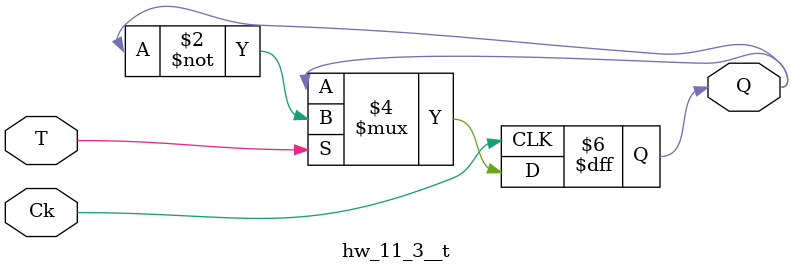
<source format=v>
`timescale 1ns/1ps

module hw_11_3__t(output Q,input Ck,input T);
    reg Q = 0;

    always @(posedge Ck)
        if(T)
            Q <= #1 ~Q;
endmodule

</source>
